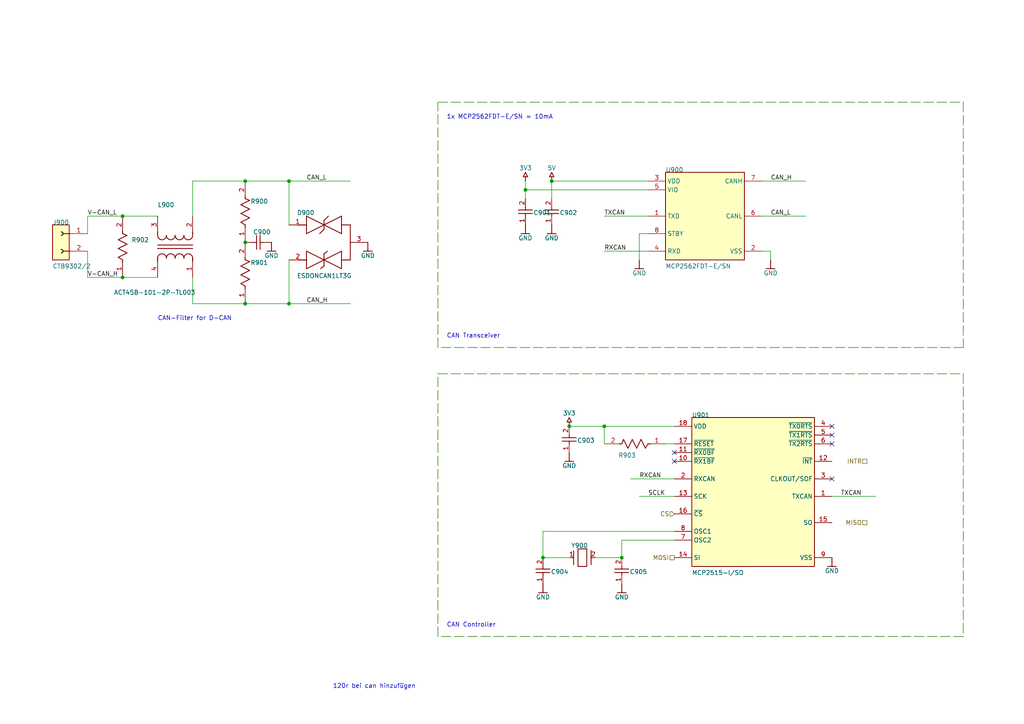
<source format=kicad_sch>
(kicad_sch (version 20231120) (generator "eeschema") (generator_version "8.0")
  (paper "A4")
  (lib_symbols
    (symbol "Lada_Speedometer-altium-import:3V3_ARROW" (power)
      (property "Reference" "#PWR" (at 0 0 0))
      (property "Value" "3V3" (at 0 3.81 0))
      (symbol "3V3_ARROW_0_0"
        (polyline (pts (xy 0 0) (xy 0 -1.27)) (stroke (width 0.254)))
        (polyline (pts (xy -0.635 -1.27) (xy 0.635 -1.27) (xy 0 -2.54) (xy -0.635 -1.27)) (stroke (width 0.254)))
        (pin power_in line (at 0 0 0) (length 0) hide (name "3V3") (number ""))
      )
    )
    (symbol "Lada_Speedometer-altium-import:5V_ARROW" (power)
      (property "Reference" "#PWR" (at 0 0 0))
      (property "Value" "5V" (at 0 3.81 0))
      (symbol "5V_ARROW_0_0"
        (polyline (pts (xy 0 0) (xy 0 -1.27)) (stroke (width 0.254)))
        (polyline (pts (xy -0.635 -1.27) (xy 0.635 -1.27) (xy 0 -2.54) (xy -0.635 -1.27)) (stroke (width 0.254)))
        (pin power_in line (at 0 0 0) (length 0) hide (name "5V") (number ""))
      )
    )
    (symbol "Lada_Speedometer-altium-import:Designator_0_1bf5749f910b55743977e6066da6fbb"
      (symbol "Designator_0_1bf5749f910b55743977e6066da6fbb_1_0"
        (polyline (pts (xy 2.54 0) (xy 5.08 0)) (stroke (width 0.254)))
        (polyline (pts (xy 5.08 -12.7) (xy 15.24 -7.62)) (stroke (width 0.254)))
        (polyline (pts (xy 5.08 -10.16) (xy 2.54 -10.16)) (stroke (width 0.254)))
        (polyline (pts (xy 5.08 -7.62) (xy 5.08 -12.7)) (stroke (width 0.254)))
        (polyline (pts (xy 5.08 -7.62) (xy 15.24 -12.7)) (stroke (width 0.254)))
        (polyline (pts (xy 5.08 -2.54) (xy 10.16 0)) (stroke (width 0.254)))
        (polyline (pts (xy 5.08 2.54) (xy 5.08 -2.54)) (stroke (width 0.254)))
        (polyline (pts (xy 5.08 2.54) (xy 10.16 0)) (stroke (width 0.254)))
        (polyline (pts (xy 10.16 -11.938) (xy 9.144 -12.7)) (stroke (width 0.254)))
        (polyline (pts (xy 10.16 -10.16) (xy 10.16 -8.382)) (stroke (width 0.254)))
        (polyline (pts (xy 10.16 -9.906) (xy 10.16 -11.938)) (stroke (width 0.254)))
        (polyline (pts (xy 10.16 -8.382) (xy 11.176 -7.62)) (stroke (width 0.254)))
        (polyline (pts (xy 10.16 -1.27) (xy 8.89 -2.54)) (stroke (width 0.254)))
        (polyline (pts (xy 10.16 0) (xy 15.24 2.54)) (stroke (width 0.254)))
        (polyline (pts (xy 10.16 1.27) (xy 10.16 -1.27)) (stroke (width 0.254)))
        (polyline (pts (xy 10.16 1.27) (xy 11.43 2.54)) (stroke (width 0.254)))
        (polyline (pts (xy 15.24 -12.7) (xy 15.24 -7.62)) (stroke (width 0.254)))
        (polyline (pts (xy 15.24 -10.16) (xy 17.78 -10.16)) (stroke (width 0.254)))
        (polyline (pts (xy 15.24 -2.54) (xy 10.16 0)) (stroke (width 0.254)))
        (polyline (pts (xy 15.24 2.54) (xy 15.24 -2.54)) (stroke (width 0.254)))
        (polyline (pts (xy 17.78 -10.16) (xy 17.78 0)) (stroke (width 0.254)))
        (polyline (pts (xy 17.78 0) (xy 15.24 0)) (stroke (width 0.254)))
        (pin passive line (at 0 0 0) (length 5.08) (name "1") (number "1"))
        (pin passive line (at 0 -10.16 0) (length 5.08) (name "2") (number "2"))
        (pin passive line (at 22.86 -5.08 180) (length 5.08) (name "3") (number "3"))
      )
    )
    (symbol "Lada_Speedometer-altium-import:Designator_0_1c78ea6ff576bac94664e2637e1b479"
      (symbol "Designator_0_1c78ea6ff576bac94664e2637e1b479_1_0"
        (rectangle (start 40.64 2.54) (end 5.08 -40.64) (stroke (width 0.254) (color 128 0 0 1)) (fill (type background)))
        (pin output line (at 45.72 -20.32 180) (length 5.08) (name "TXCAN") (number "1"))
        (pin input line (at 0 -10.16 0) (length 5.08) (name "~{RX1BF}") (number "10"))
        (pin input line (at 0 -7.62 0) (length 5.08) (name "~{RX0BF}") (number "11"))
        (pin output line (at 45.72 -10.16 180) (length 5.08) (name "~{INT}") (number "12"))
        (pin input line (at 0 -20.32 0) (length 5.08) (name "SCK") (number "13"))
        (pin input line (at 0 -38.1 0) (length 5.08) (name "SI") (number "14"))
        (pin output line (at 45.72 -27.94 180) (length 5.08) (name "SO") (number "15"))
        (pin input line (at 0 -25.4 0) (length 5.08) (name "~{CS}") (number "16"))
        (pin input line (at 0 -5.08 0) (length 5.08) (name "~{RESET}") (number "17"))
        (pin power_in line (at 0 0 0) (length 5.08) (name "VDD") (number "18"))
        (pin input line (at 0 -15.24 0) (length 5.08) (name "RXCAN") (number "2"))
        (pin output line (at 45.72 -15.24 180) (length 5.08) (name "CLKOUT/SOF") (number "3"))
        (pin output line (at 45.72 0 180) (length 5.08) (name "~{TX0RTS}") (number "4"))
        (pin output line (at 45.72 -2.54 180) (length 5.08) (name "~{TX1RTS}") (number "5"))
        (pin output line (at 45.72 -5.08 180) (length 5.08) (name "~{TX2RTS}") (number "6"))
        (pin input line (at 0 -33.02 0) (length 5.08) (name "OSC2") (number "7"))
        (pin input line (at 0 -30.48 0) (length 5.08) (name "OSC1") (number "8"))
        (pin power_in line (at 45.72 -38.1 180) (length 5.08) (name "VSS") (number "9"))
      )
    )
    (symbol "Lada_Speedometer-altium-import:Designator_0_CAP_0"
      (symbol "Designator_0_CAP_0_1_0"
        (polyline (pts (xy 0 -2.54) (xy 0.762 -2.54)) (stroke (width 0.254)))
        (polyline (pts (xy 0.762 -4.572) (xy 0.762 -0.508)) (stroke (width 0.254)))
        (polyline (pts (xy 1.778 -0.508) (xy 1.778 -4.572)) (stroke (width 0.254)))
        (polyline (pts (xy 2.54 -2.54) (xy 1.778 -2.54)) (stroke (width 0.254)))
        (pin passive line (at -2.54 -2.54 0) (length 2.54) (name "1") (number "1"))
        (pin passive line (at 5.08 -2.54 180) (length 2.54) (name "2") (number "2"))
      )
    )
    (symbol "Lada_Speedometer-altium-import:Designator_0_CTB9302-2"
      (symbol "Designator_0_CTB9302-2_1_0"
        (arc (start -7.62 -5.588) (mid -7.112 -5.08) (end -7.62 -4.572) (stroke (width 0.254) (color 0 0 0 1)))
        (arc (start -7.62 -0.508) (mid -7.112 0) (end -7.62 0.508) (stroke (width 0.254) (color 0 0 0 1)))
        (rectangle (start -5.334 2.54) (end -10.16 -7.62) (stroke (width 0.254) (color 152 0 0 1)) (fill (type background)))
        (polyline (pts (xy -7.112 -5.08) (xy -5.08 -5.08)) (stroke (width 0.254)))
        (polyline (pts (xy -7.112 0) (xy -5.08 0)) (stroke (width 0.254)))
        (pin power_in line (at 0 0 180) (length 5.08) (name "1") (number "1"))
        (pin power_in line (at 0 -5.08 180) (length 5.08) (name "2") (number "2"))
      )
    )
    (symbol "Lada_Speedometer-altium-import:Designator_0_c23a69dc6c9e2f18f2079038eb95dd1"
      (symbol "Designator_0_c23a69dc6c9e2f18f2079038eb95dd1_1_0"
        (polyline (pts (xy 1.27 0) (xy 0.762 0)) (stroke (width 0.254)))
        (polyline (pts (xy 1.27 2.032) (xy 1.27 -2.032)) (stroke (width 0.254)))
        (polyline (pts (xy 2.54 2.54) (xy 2.54 -2.54)) (stroke (width 0.254)))
        (polyline (pts (xy 2.54 2.54) (xy 5.08 2.54)) (stroke (width 0.254)))
        (polyline (pts (xy 5.08 -2.54) (xy 2.54 -2.54)) (stroke (width 0.254)))
        (polyline (pts (xy 5.08 2.54) (xy 5.08 -2.54)) (stroke (width 0.254)))
        (polyline (pts (xy 6.35 0) (xy 6.604 0)) (stroke (width 0.254)))
        (polyline (pts (xy 6.35 2.032) (xy 6.35 -2.032)) (stroke (width 0.254)))
        (pin passive line (at 0 0 0) (length 1.27) (name "1") (number "1"))
        (pin passive line (at 7.62 0 180) (length 1.27) (name "2") (number "2"))
      )
    )
    (symbol "Lada_Speedometer-altium-import:Designator_0_fcb6c66e4429206983adab9201371df"
      (symbol "Designator_0_fcb6c66e4429206983adab9201371df_1_0"
        (rectangle (start 27.94 2.54) (end 5.08 -22.86) (stroke (width 0.254) (color 128 0 0 1)) (fill (type background)))
        (pin input line (at 0 -10.16 0) (length 5.08) (name "TXD") (number "1"))
        (pin power_in line (at 33.02 -20.32 180) (length 5.08) (name "VSS") (number "2"))
        (pin power_in line (at 0 0 0) (length 5.08) (name "VDD") (number "3"))
        (pin output line (at 0 -20.32 0) (length 5.08) (name "RXD") (number "4"))
        (pin power_in line (at 0 -2.54 0) (length 5.08) (name "VIO") (number "5"))
        (pin bidirectional line (at 33.02 -10.16 180) (length 5.08) (name "CANL") (number "6"))
        (pin bidirectional line (at 33.02 0 180) (length 5.08) (name "CANH") (number "7"))
        (pin input line (at 0 -15.24 0) (length 5.08) (name "STBY") (number "8"))
      )
    )
    (symbol "Lada_Speedometer-altium-import:Designator_1_1029c3af85768c4190bb7ad29bc67b5"
      (symbol "Designator_1_1029c3af85768c4190bb7ad29bc67b5_1_0"
        (polyline (pts (xy -1.27 5.842) (xy 1.27 7.112)) (stroke (width 0.254)))
        (polyline (pts (xy -1.27 8.382) (xy 1.27 9.652)) (stroke (width 0.254)))
        (polyline (pts (xy -1.27 10.922) (xy 1.27 12.192)) (stroke (width 0.254)))
        (polyline (pts (xy 0 5.08) (xy -1.27 5.842)) (stroke (width 0.254)))
        (polyline (pts (xy 0 5.08) (xy 0 4.318)) (stroke (width 0.254)))
        (polyline (pts (xy 0 12.7) (xy 0 13.462)) (stroke (width 0.254)))
        (polyline (pts (xy 1.27 7.112) (xy -1.27 8.382)) (stroke (width 0.254)))
        (polyline (pts (xy 1.27 9.652) (xy -1.27 10.922)) (stroke (width 0.254)))
        (polyline (pts (xy 1.27 12.192) (xy 0 12.7)) (stroke (width 0.254)))
        (pin passive line (at 0 0 90) (length 5.08) (name "1") (number "1"))
        (pin passive line (at 0 17.78 270) (length 5.08) (name "2") (number "2"))
      )
    )
    (symbol "Lada_Speedometer-altium-import:Designator_1_7eaeb7798601bc1e7f00a291f87c402"
      (symbol "Designator_1_7eaeb7798601bc1e7f00a291f87c402_1_0"
        (polyline (pts (xy 0 5.588) (xy 0 4.572)) (stroke (width 0.254)))
        (polyline (pts (xy 0 5.588) (xy 0 5.08)) (stroke (width 0.254)))
        (polyline (pts (xy 0 8.382) (xy 10.16 8.382)) (stroke (width 0.254)))
        (polyline (pts (xy 0 9.398) (xy 10.16 9.398)) (stroke (width 0.254)))
        (polyline (pts (xy 0 12.446) (xy 0 12.7)) (stroke (width 0.254)))
        (polyline (pts (xy 0 12.446) (xy 0 13.208)) (stroke (width 0.254)))
        (polyline (pts (xy 10.16 5.588) (xy 10.16 4.572)) (stroke (width 0.254)))
        (polyline (pts (xy 10.16 5.588) (xy 10.16 5.08)) (stroke (width 0.254)))
        (polyline (pts (xy 10.16 12.446) (xy 10.16 12.7)) (stroke (width 0.254)))
        (polyline (pts (xy 10.16 12.446) (xy 10.16 13.208)) (stroke (width 0.254)))
        (arc (start 0 12.192) (mid 1.27 10.922) (end 2.54 12.192) (stroke (width 0.254)))
        (arc (start 2.54 5.588) (mid 1.27 6.858) (end 0 5.588) (stroke (width 0.254)))
        (arc (start 2.54 12.192) (mid 3.81 10.922) (end 5.08 12.192) (stroke (width 0.254)))
        (arc (start 5.08 5.588) (mid 3.81 6.858) (end 2.54 5.588) (stroke (width 0.254)))
        (arc (start 5.08 12.192) (mid 6.35 10.922) (end 7.62 12.192) (stroke (width 0.254)))
        (arc (start 7.62 5.588) (mid 6.35 6.858) (end 5.08 5.588) (stroke (width 0.254)))
        (arc (start 7.62 12.192) (mid 8.89 10.922) (end 10.16 12.192) (stroke (width 0.254)))
        (arc (start 10.16 5.588) (mid 8.89 6.858) (end 7.62 5.588) (stroke (width 0.254)))
        (pin passive line (at 10.16 0 90) (length 5.08) (name "1") (number "1"))
        (pin passive line (at 10.16 17.78 270) (length 5.08) (name "2") (number "2"))
        (pin passive line (at 0 17.78 270) (length 5.08) (name "3") (number "3"))
        (pin passive line (at 0 0 90) (length 5.08) (name "4") (number "4"))
      )
    )
    (symbol "Lada_Speedometer-altium-import:Designator_1_CAP-NP-2"
      (symbol "Designator_1_CAP-NP-2_1_0"
        (polyline (pts (xy -2.032 4.318) (xy 2.032 4.318)) (stroke (width 0.254)))
        (polyline (pts (xy 0 2.54) (xy 0 3.302)) (stroke (width 0.254)))
        (polyline (pts (xy 0 5.08) (xy 0 4.318)) (stroke (width 0.254)))
        (polyline (pts (xy 2.032 3.302) (xy -2.032 3.302)) (stroke (width 0.254)))
        (pin passive line (at 0 0 90) (length 2.54) (name "1") (number "1"))
        (pin passive line (at 0 7.62 270) (length 2.54) (name "2") (number "2"))
      )
    )
    (symbol "Lada_Speedometer-altium-import:Designator_2_1029c3af85768c4190bb7ad29bc67b5"
      (symbol "Designator_2_1029c3af85768c4190bb7ad29bc67b5_1_0"
        (polyline (pts (xy -12.7 0) (xy -13.462 0)) (stroke (width 0.254)))
        (polyline (pts (xy -12.192 1.27) (xy -12.7 0)) (stroke (width 0.254)))
        (polyline (pts (xy -10.922 -1.27) (xy -12.192 1.27)) (stroke (width 0.254)))
        (polyline (pts (xy -9.652 1.27) (xy -10.922 -1.27)) (stroke (width 0.254)))
        (polyline (pts (xy -8.382 -1.27) (xy -9.652 1.27)) (stroke (width 0.254)))
        (polyline (pts (xy -7.112 1.27) (xy -8.382 -1.27)) (stroke (width 0.254)))
        (polyline (pts (xy -5.842 -1.27) (xy -7.112 1.27)) (stroke (width 0.254)))
        (polyline (pts (xy -5.08 0) (xy -5.842 -1.27)) (stroke (width 0.254)))
        (polyline (pts (xy -5.08 0) (xy -4.318 0)) (stroke (width 0.254)))
        (pin passive line (at 0 0 180) (length 5.08) (name "1") (number "1"))
        (pin passive line (at -17.78 0 0) (length 5.08) (name "2") (number "2"))
      )
    )
    (symbol "Lada_Speedometer-altium-import:GND_BAR" (power)
      (property "Reference" "#PWR" (at 0 0 0))
      (property "Value" "GND" (at 0 3.81 0))
      (symbol "GND_BAR_0_0"
        (polyline (pts (xy -1.27 -2.54) (xy 1.27 -2.54)) (stroke (width 0.254)))
        (polyline (pts (xy 0 0) (xy 0 -2.54)) (stroke (width 0.254)))
        (pin power_in line (at 0 0 0) (length 0) hide (name "GND") (number ""))
      )
    )
  )
  (junction (at 83.82 88.0872))
  (junction (at 180.34 161.7472))
  (junction (at 71.12 70.3072))
  (junction (at 175.26 123.6472))
  (junction (at 152.4 55.0672))
  (junction (at 35.56 80.4672))
  (junction (at 71.12 52.5272))
  (junction (at 83.82 52.5272))
  (junction (at 157.48 161.7472))
  (junction (at 71.12 88.0872))
  (junction (at 35.56 62.6872))
  (junction (at 165.1 123.6472))
  (junction (at 160.02 52.5272))
  (no_connect (at 195.58 133.8072))
  (no_connect (at 241.3 128.7272))
  (no_connect (at 241.3 138.8872))
  (no_connect (at 241.3 123.6472))
  (no_connect (at 241.3 126.1872))
  (no_connect (at 195.58 131.2672))
  (wire (pts (xy 185.42 67.7672) (xy 187.96 67.7672)))
  (wire (pts (xy 175.26 128.7272) (xy 175.26 123.6472)))
  (wire (pts (xy 25.4 80.4672) (xy 35.56 80.4672)))
  (wire (pts (xy 83.82 88.0872) (xy 101.6 88.0872)))
  (wire (pts (xy 165.1 161.7472) (xy 157.48 161.7472)))
  (wire (pts (xy 83.82 52.5272) (xy 101.6 52.5272)))
  (wire (pts (xy 55.88 88.0872) (xy 71.12 88.0872)))
  (wire (pts (xy 157.48 154.1272) (xy 195.58 154.1272)))
  (polyline (pts (xy 279.4 29.6672) (xy 279.4 100.7872)) (stroke (width 0.254) (type dash) (color 106 168 79 1)))
  (wire (pts (xy 185.42 143.9672) (xy 195.58 143.9672)))
  (wire (pts (xy 83.82 65.2272) (xy 83.82 52.5272)))
  (polyline (pts (xy 279.4 100.7872) (xy 127 100.7872)) (stroke (width 0.254) (type dash) (color 106 168 79 1)))
  (wire (pts (xy 83.82 52.5272) (xy 71.12 52.5272)))
  (wire (pts (xy 172.72 161.7472) (xy 180.34 161.7472)))
  (wire (pts (xy 35.56 62.6872) (xy 45.72 62.6872)))
  (wire (pts (xy 165.1 123.6472) (xy 175.26 123.6472)))
  (wire (pts (xy 152.4 55.0672) (xy 152.4 57.6072)))
  (wire (pts (xy 187.96 55.0672) (xy 152.4 55.0672)))
  (wire (pts (xy 187.96 62.6872) (xy 175.26 62.6872)))
  (polyline (pts (xy 127 108.4072) (xy 279.4 108.4072)) (stroke (width 0.254) (type dash) (color 106 168 79 1)))
  (polyline (pts (xy 279.4 108.4072) (xy 279.4 184.6072)) (stroke (width 0.254) (type dash) (color 106 168 79 1)))
  (wire (pts (xy 55.88 62.6872) (xy 55.88 52.5272)))
  (wire (pts (xy 25.4 72.8472) (xy 25.4 80.4672)))
  (wire (pts (xy 180.34 161.7472) (xy 180.34 156.6672)))
  (wire (pts (xy 233.68 52.5272) (xy 220.98 52.5272)))
  (wire (pts (xy 254 143.9672) (xy 241.3 143.9672)))
  (wire (pts (xy 55.88 52.5272) (xy 71.12 52.5272)))
  (wire (pts (xy 223.52 72.8472) (xy 220.98 72.8472)))
  (wire (pts (xy 83.82 88.0872) (xy 71.12 88.0872)))
  (wire (pts (xy 175.26 72.8472) (xy 187.96 72.8472)))
  (wire (pts (xy 160.02 52.5272) (xy 160.02 57.6072)))
  (wire (pts (xy 55.88 80.4672) (xy 55.88 88.0872)))
  (wire (pts (xy 187.96 52.5272) (xy 160.02 52.5272)))
  (wire (pts (xy 152.4 55.0672) (xy 152.4 52.5272)))
  (wire (pts (xy 193.04 128.7272) (xy 195.58 128.7272)))
  (wire (pts (xy 185.42 75.3872) (xy 185.42 67.7672)))
  (wire (pts (xy 25.4 67.7672) (xy 25.4 62.6872)))
  (wire (pts (xy 35.56 80.4672) (xy 45.72 80.4672)))
  (wire (pts (xy 157.48 161.7472) (xy 157.48 154.1272)))
  (polyline (pts (xy 279.4 184.6072) (xy 127 184.6072)) (stroke (width 0.254) (type dash) (color 106 168 79 1)))
  (wire (pts (xy 175.26 123.6472) (xy 195.58 123.6472)))
  (wire (pts (xy 25.4 62.6872) (xy 35.56 62.6872)))
  (polyline (pts (xy 127 29.6672) (xy 279.4 29.6672)) (stroke (width 0.254) (type dash) (color 106 168 79 1)))
  (wire (pts (xy 223.52 75.3872) (xy 223.52 72.8472)))
  (wire (pts (xy 182.88 138.8872) (xy 195.58 138.8872)))
  (polyline (pts (xy 127 100.7872) (xy 127 29.6672)) (stroke (width 0.254) (type dash) (color 106 168 79 1)))
  (wire (pts (xy 83.82 75.3872) (xy 83.82 88.0872)))
  (wire (pts (xy 180.34 156.6672) (xy 195.58 156.6672)))
  (polyline (pts (xy 127 184.6072) (xy 127 108.4072)) (stroke (width 0.254) (type dash) (color 106 168 79 1)))
  (wire (pts (xy 233.68 62.6872) (xy 220.98 62.6872)))
  (text "1x MCP2562FDT-E/SN = 10mA" (at 129.54 34.7472 0) (effects (font (size 1.27 1.27)) (justify left bottom)))
  (text "CAN Transceiver" (at 129.54 98.2472 0) (effects (font (size 1.27 1.27)) (justify left bottom)))
  (text "CAN-Filter for D-CAN" (at 45.72 93.1672 0) (effects (font (size 1.27 1.27)) (justify left bottom)))
  (text "120r bei can hinzufügen" (at 96.52 199.8472 0) (effects (font (size 1.27 1.27)) (justify left bottom)))
  (text "CAN Controller" (at 129.54 182.0672 0) (effects (font (size 1.27 1.27)) (justify left bottom)))
  (label "TXCAN" (at 243.84 143.9672 0))
  (label "CAN_L" (at 223.52 62.6872 0))
  (label "CAN_H" (at 88.9 88.0872 0))
  (label "V-CAN_L" (at 25.4 62.6872 0))
  (label "RXCAN" (at 175.26 72.8472 0))
  (label "SCLK" (at 187.96 143.9672 0))
  (label "V-CAN_H" (at 25.4 80.4672 0))
  (label "CAN_H" (at 223.52 52.5272 0))
  (label "TXCAN" (at 175.26 62.6872 0))
  (label "RXCAN" (at 185.42 138.8872 0))
  (label "CAN_L" (at 88.9 52.5272 0))
  (hierarchical_label "INTR" (shape passive) (at 251.46 133.8072 180))
  (hierarchical_label "MOSI" (shape passive) (at 195.58 161.7472 180))
  (hierarchical_label "CS" (shape input) (at 195.58 149.0472 180))
  (hierarchical_label "MISO" (shape passive) (at 251.46 151.5872 180))
  (symbol (lib_id "Lada_Speedometer-altium-import:Designator_0_c23a69dc6c9e2f18f2079038eb95dd1") (at 165.1 161.7472 0) (unit 1)
    (property "Reference" "Y900" (at 165.608 158.9532 0) (effects (justify left bottom)))
    (property "Value" "ABLS-16.000MHZ-K4T" (effects (hide yes)))
    (property "Footprint" "FP-ABLS-MFG" (effects (hide yes)))
    (property "Description" "CRYSTAL 16.0000MHZ 18PF SMD" (effects (hide yes)))
    (property "COMPONENTLINK2URL" "https://abracon.com/Resonators/abls.pdf" (effects (hide yes)))
    (property "FREQUENCY" "16MHz" (effects (hide yes)))
    (property "TEMPERATURE RANGE HIGH" "+125°C" (effects (hide yes)))
    (property "PACKAGE" "ABLS" (effects (hide yes)))
    (property "DEVICE CLASS L3" "Crystals" (effects (hide yes)))
    (property "TEMPERATURE" "-40°C to +125°C" (effects (hide yes)))
    (property "LOAD CAPACITANCE" "18pF" (effects (hide yes)))
    (property "DEVICE CLASS L2" "Crystals / Oscillators" (effects (hide yes)))
    (property "MOUSER DESCRIPTION" "Crystal 16MHz ±30ppm (Tol) ±50ppm (Stability) 18pF FUND 40Ohm 2-Pin HC-49/US SMD T/R" (effects (hide yes)))
    (property "STABILITY" "50ppm" (effects (hide yes)))
    (property "TOLERANCE" "30ppm" (effects (hide yes)))
    (property "STANDOFF HEIGHT" "0mm" (effects (hide yes)))
    (property "CATEGORY" "Crys" (effects (hide yes)))
    (property "COMPONENTLINK2DESCRIPTION" "Datasheet" (effects (hide yes)))
    (property "MANUFACTURER PART NUMBER" "ABLS-16.000MHZ-K4T" (effects (hide yes)))
    (property "SERIES" "ABLS" (effects (hide yes)))
    (property "AUTOMOTIVE" "No" (effects (hide yes)))
    (property "OCTOPART" "https://octopart.com/abls-16.000mhz-k4t-abracon-18618626" (effects (hide yes)))
    (property "ROHS" "TRUE" (effects (hide yes)))
    (property "DIGIKEY DESCRIPTION" "CRYSTAL 16.0000MHZ 18PF SMD" (effects (hide yes)))
    (property "MANUFACTURER" "Abracon" (effects (hide yes)))
    (property "TEMPERATURE RANGE LOW" "-40°C" (effects (hide yes)))
    (property "LEAD FREE" "Yes" (effects (hide yes)))
    (property "HEIGHT" "4.3mm" (effects (hide yes)))
    (property "ESR" "40Ω" (effects (hide yes)))
    (property "DEVICE CLASS L1" "Passive Components" (effects (hide yes)))
  )
  (symbol (lib_id "Lada_Speedometer-altium-import:GND_BAR") (at 165.1 131.2672 0) (unit 1)
    (property "Reference" "#PWR?" (effects (hide yes)))
    (property "Value" "GND" (at 165.1 135.0772 0))
  )
  (symbol (lib_id "Lada_Speedometer-altium-import:GND_BAR") (at 152.4 65.2272 0) (unit 1)
    (property "Reference" "#PWR?" (effects (hide yes)))
    (property "Value" "GND" (at 152.4 69.0372 0))
  )
  (symbol (lib_id "Lada_Speedometer-altium-import:GND_BAR") (at 223.52 75.3872 0) (unit 1)
    (property "Reference" "#PWR?" (effects (hide yes)))
    (property "Value" "GND" (at 223.52 79.1972 0))
  )
  (symbol (lib_id "Lada_Speedometer-altium-import:GND_BAR") (at 241.3 161.7472 0) (unit 1)
    (property "Reference" "#PWR?" (effects (hide yes)))
    (property "Value" "GND" (at 241.3 165.5572 0))
  )
  (symbol (lib_id "Lada_Speedometer-altium-import:Designator_1_1029c3af85768c4190bb7ad29bc67b5") (at 71.12 70.3072 0) (unit 1)
    (property "Reference" "R900" (at 72.644 59.1312 0) (effects (justify left bottom)))
    (property "Value" "CRCW06034K70FKEA" (effects (hide yes)))
    (property "Footprint" "FP-CRCW0603-e3-IPC_A" (effects (hide yes)))
    (property "Description" "RES Thick Film, 4.7kΩ, 1%, 0.1W, 100ppm/°C, 0603" (effects (hide yes)))
    (property "CASE CODE (METRIC)" "1608" (effects (hide yes)))
    (property "MILITARY STANDARD" "Not" (effects (hide yes)))
    (property "PACKAGING" "Tape and Reel" (effects (hide yes)))
    (property "TERMINATION" "SMD/SMT" (effects (hide yes)))
    (property "RESISTANCE" "4.7kR" (effects (hide yes)))
    (property "TEMPERATURE COEFFICIENT" "100ppm/°C" (effects (hide yes)))
    (property "LEAD FREE" "Lead Free" (effects (hide yes)))
    (property "LENGTH" "1.55mm" (effects (hide yes)))
    (property "WIDTH" "0.85mm" (effects (hide yes)))
    (property "HEIGHT" "0.45mm" (effects (hide yes)))
    (property "DEPTH" "0.85mm" (effects (hide yes)))
    (property "VOLTAGE RATING" "75V" (effects (hide yes)))
    (property "WEIGHT" "7.1E-05oz" (effects (hide yes)))
    (property "CASE CODE (IMPERIAL)" "0603" (effects (hide yes)))
    (property "CONTACT PLATING" "Tin" (effects (hide yes)))
    (property "POWER RATING" "100mW" (effects (hide yes)))
    (property "CASE/PACKAGE" "0603" (effects (hide yes)))
    (property "MAX OPERATING TEMPERATURE" "155°C" (effects (hide yes)))
    (property "MOUNT" "Surface Mount" (effects (hide yes)))
    (property "TOLERANCE" "1%" (effects (hide yes)))
    (property "MIN OPERATING TEMPERATURE" "-55°C" (effects (hide yes)))
    (property "PACKAGE QUANTITY" "5000" (effects (hide yes)))
    (property "VOLTAGE RATING (DC)" "75V" (effects (hide yes)))
    (property "COMPOSITION" "Thick Film" (effects (hide yes)))
  )
  (symbol (lib_id "Lada_Speedometer-altium-import:Designator_1_CAP-NP-2") (at 160.02 65.2272 0) (unit 1)
    (property "Reference" "C902" (at 162.306 62.4332 0) (effects (justify left bottom)))
    (property "Value" "GRM188R71H104KA93D" (effects (hide yes)))
    (property "Footprint" "CAPC1608X90X35ML10T15" (effects (hide yes)))
    (property "Description" "Chip Capacitor, 0.1 uF, +/- 10%, 50 V, -55 to 125 degC, 0603 (1608 Metric), RoHS, Tape and Reel" (effects (hide yes)))
    (property "CASE CODE (METRIC)" "1608" (effects (hide yes)))
    (property "LEAD FREE" "LeadFree" (effects (hide yes)))
    (property "DEPTH" "0.8mm" (effects (hide yes)))
    (property "NUMBER OF PINS" "2" (effects (hide yes)))
    (property "RADIATION HARDENING" "No" (effects (hide yes)))
    (property "DIELECTRIC MATERIAL" "Ceramic" (effects (hide yes)))
    (property "CASE/PACKAGE" "0603" (effects (hide yes)))
    (property "MANUFACTURER URL" "http://www.murata.com/" (effects (hide yes)))
    (property "PACKAGING" "TapeandReel" (effects (hide yes)))
    (property "LENGTH" "1.6mm" (effects (hide yes)))
    (property "CONTACT PLATING" "Tin" (effects (hide yes)))
    (property "DATASHEET URL" "http://psearch.en.murata.com/capacitor/product/GRM188R71H104KA93%23.pdf" (effects (hide yes)))
    (property "TOLERANCE" "10%" (effects (hide yes)))
    (property "CASE CODE (IMPERIAL)" "0603" (effects (hide yes)))
    (property "MIN OPERATING TEMPERATURE" "-55degC" (effects (hide yes)))
    (property "VOLTAGE RATING" "50V" (effects (hide yes)))
    (property "ROHSCOMPLIANT" "true" (effects (hide yes)))
    (property "CAPACITANCE" "100nF" (effects (hide yes)))
    (property "VOLTAGE" "50V" (effects (hide yes)))
    (property "TERMINATION" "SMD/SMT" (effects (hide yes)))
    (property "MOUNT" "SurfaceMount" (effects (hide yes)))
    (property "MATERIAL" "Ceramic" (effects (hide yes)))
    (property "PACKAGE QUANTITY" "1" (effects (hide yes)))
    (property "DIELECTRIC" "X7R" (effects (hide yes)))
    (property "HEIGHT" "0.8mm" (effects (hide yes)))
    (property "THICKNESS" "0.035inch" (effects (hide yes)))
    (property "INSULATION RESISTANCE" "10GR" (effects (hide yes)))
    (property "REACH SVHC" "NoSVHC" (effects (hide yes)))
    (property "MANUFACTURER" "Murata" (effects (hide yes)))
    (property "MAX OPERATING TEMPERATURE" "125degC" (effects (hide yes)))
    (property "WIDTH" "0.8mm" (effects (hide yes)))
    (property "PACKAGE REFERENCE" "0603" (effects (hide yes)))
    (property "VOLTAGE RATING (DC)" "50V" (effects (hide yes)))
    (property "DATASHEET VERSION" "42675.0" (effects (hide yes)))
    (property "PACKAGE DESCRIPTION" "2-Pin Surface Mount Device, Body 1.6 x 0.8 mm" (effects (hide yes)))
  )
  (symbol (lib_id "Lada_Speedometer-altium-import:Designator_1_CAP-NP-2") (at 180.34 169.3672 0) (unit 1)
    (property "Reference" "C905" (at 182.626 166.5732 0) (effects (justify left bottom)))
    (property "Value" "GRM1885C1H220JA01D" (effects (hide yes)))
    (property "Footprint" "CAPC1608X90X35ML10T15" (effects (hide yes)))
    (property "Description" "Chip Capacitor, 22 pF, +/- 5%, 50 V, -55 to 125 degC, 0603 (1608 Metric), RoHS, Tape and Reel" (effects (hide yes)))
    (property "CAPACITANCE" "22pF" (effects (hide yes)))
    (property "MANUFACTURER URL" "http://www.murata.com/" (effects (hide yes)))
    (property "DATASHEET VERSION" "Jul-06" (effects (hide yes)))
    (property "PACKAGE REFERENCE" "603" (effects (hide yes)))
    (property "TOLERANCE (%)" "±5%" (effects (hide yes)))
    (property "MANUFACTURER" "Murata" (effects (hide yes)))
    (property "CASE SIZE/DIMENSION" "0603" (effects (hide yes)))
    (property "RATED VOLTAGE" "50V" (effects (hide yes)))
    (property "PACKAGE DESCRIPTION" "2-Pin Surface Mount Device, Body 1.6 x 0.8 mm" (effects (hide yes)))
    (property "DIELECTRIC" "C0G" (effects (hide yes)))
    (property "DATASHEET URL" "https://datasheet.ciiva.com/11786/0900766b807a1cab-11786398.pdf" (effects (hide yes)))
  )
  (symbol (lib_id "Lada_Speedometer-altium-import:GND_BAR") (at 185.42 75.3872 0) (unit 1)
    (property "Reference" "#PWR?" (effects (hide yes)))
    (property "Value" "GND" (at 185.42 79.1972 0))
  )
  (symbol (lib_id "Lada_Speedometer-altium-import:Designator_0_fcb6c66e4429206983adab9201371df") (at 187.96 52.5272 0) (unit 1)
    (property "Reference" "U900" (at 193.04 49.9872 0) (effects (justify left bottom)))
    (property "Value" "MCP2562FDT-E/SN" (at 193.04 77.9272 0) (effects (justify left bottom)))
    (property "Footprint" "FP-C04-057-SN-MFG" (effects (hide yes)))
    (property "Description" "IC TRANSCEIVER 1/1 8SOIC" (effects (hide yes)))
    (property "WEIGHT" "0.019048oz" (effects (hide yes)))
    (property "PACKAGE QUANTITY" "3300" (effects (hide yes)))
    (property "CASE/PACKAGE" "SOIC" (effects (hide yes)))
    (property "OPERATING SUPPLY CURRENT" "70mA" (effects (hide yes)))
    (property "MOUNT" "Surface Mount" (effects (hide yes)))
    (property "DATA RATE" "8Mbps" (effects (hide yes)))
    (property "NUMBER OF TRANSCEIVERS" "1" (effects (hide yes)))
    (property "MAX OPERATING TEMPERATURE" "125°C" (effects (hide yes)))
    (property "MIN OPERATING TEMPERATURE" "-40°C" (effects (hide yes)))
    (property "RECEIVER HYSTERESIS" "200mV" (effects (hide yes)))
    (property "PACKAGING" "Tape and Reel" (effects (hide yes)))
    (property "MAX SUPPLY VOLTAGE" "5.5V" (effects (hide yes)))
    (property "NUMBER OF PINS" "8" (effects (hide yes)))
    (property "MIN SUPPLY VOLTAGE" "4.5V" (effects (hide yes)))
  )
  (symbol (lib_id "Lada_Speedometer-altium-import:3V3_ARROW") (at 165.1 123.6472 180) (unit 1)
    (property "Reference" "#PWR?" (effects (hide yes)))
    (property "Value" "3V3" (at 165.1 119.8372 0))
  )
  (symbol (lib_id "Lada_Speedometer-altium-import:Designator_0_CTB9302-2") (at 25.4 67.7672 0) (unit 1)
    (property "Reference" "J900" (at 15.24 65.2272 0) (effects (justify left bottom)))
    (property "Value" "CTB9302/2" (at 15.24 77.9272 0) (effects (justify left bottom)))
    (property "Footprint" "CTB9302-2" (effects (hide yes)))
    (property "Description" "CTB9302/2 - Stiftleiste - 2-pol, RM 5 mm, 0°" (effects (hide yes)))
  )
  (symbol (lib_id "Lada_Speedometer-altium-import:GND_BAR") (at 78.74 70.3072 0) (unit 1)
    (property "Reference" "#PWR?" (effects (hide yes)))
    (property "Value" "GND" (at 78.74 74.1172 0))
  )
  (symbol (lib_id "Lada_Speedometer-altium-import:Designator_1_7eaeb7798601bc1e7f00a291f87c402") (at 45.72 80.4672 0) (unit 1)
    (property "Reference" "L900" (at 45.72 60.1472 0) (effects (justify left bottom)))
    (property "Value" "ACT45B-101-2P-TL003" (at 33.02 85.5472 0) (effects (justify left bottom)))
    (property "Footprint" "FP-ACT45B-MFG" (effects (hide yes)))
    (property "Description" "CMC 100UH 150MA 2LN SMD AEC-Q200" (effects (hide yes)))
    (property "TOLERANCE" "+50/-30%" (effects (hide yes)))
    (property "COMPONENTLINK2URL" "https://product.tdk.com/info/en/catalog/datasheets/cmf_automotive_signal_act45b_en.pdf" (effects (hide yes)))
    (property "OCTOPART" "https://octopart.com/act45b-101-2p-tl003-tdk-11353565" (effects (hide yes)))
    (property "RMS CURRENT" "0.15A" (effects (hide yes)))
    (property "LEAD FREE" "Yes" (effects (hide yes)))
    (property "MANUFACTURER PART NUMBER" "ACT45B-101-2P-TL003" (effects (hide yes)))
    (property "MOUSER DESCRIPTION" "Common Mode Chokes / Filters 5000ohms 100uH 150mA CAN-BUS AEC-Q200" (effects (hide yes)))
    (property "AUTOMOTIVE GRADE" "Grade 0" (effects (hide yes)))
    (property "DEVICE CLASS L1" "Passive Components" (effects (hide yes)))
    (property "AUTOMOTIVE" "Yes" (effects (hide yes)))
    (property "TEMPERATURE RANGE HIGH" "+150°C" (effects (hide yes)))
    (property "SERIES RESISTANCE" "2Ω" (effects (hide yes)))
    (property "DEVICE CLASS L2" "EMI / RFI Components" (effects (hide yes)))
    (property "COMPONENTLINK2DESCRIPTION" "Datasheet" (effects (hide yes)))
    (property "PACKAGE" "ACT45B" (effects (hide yes)))
    (property "TEST FREQUENCY" "100kHz" (effects (hide yes)))
    (property "CATEGORY" "Ind" (effects (hide yes)))
    (property "ALTIUM_VALUE" "100uH" (effects (hide yes)))
    (property "ROHS" "TRUE" (effects (hide yes)))
    (property "IMPEDANCE AT FREQUENCY" "5800Ω @ 10MHz" (effects (hide yes)))
    (property "TEMPERATURE" "-40°C to +150°C" (effects (hide yes)))
    (property "HEIGHT" "3mm" (effects (hide yes)))
    (property "MANUFACTURER" "TDK" (effects (hide yes)))
    (property "INDUCTANCE" "100uH" (effects (hide yes)))
    (property "DIGIKEY DESCRIPTION" "CMC 100UH 150MA 2LN SMD AEC-Q200" (effects (hide yes)))
    (property "COMPOSITION" "Wirewound" (effects (hide yes)))
    (property "DEVICE CLASS L3" "Common Mode Chokes" (effects (hide yes)))
    (property "TEMPERATURE RANGE LOW" "-40°C" (effects (hide yes)))
  )
  (symbol (lib_id "Lada_Speedometer-altium-import:GND_BAR") (at 160.02 65.2272 0) (unit 1)
    (property "Reference" "#PWR?" (effects (hide yes)))
    (property "Value" "GND" (at 160.02 69.0372 0))
  )
  (symbol (lib_id "Lada_Speedometer-altium-import:Designator_1_CAP-NP-2") (at 152.4 65.2272 0) (unit 1)
    (property "Reference" "C901" (at 154.686 62.4332 0) (effects (justify left bottom)))
    (property "Value" "GRM188R71H104KA93D" (effects (hide yes)))
    (property "Footprint" "CAPC1608X90X35ML10T15" (effects (hide yes)))
    (property "Description" "Chip Capacitor, 0.1 uF, +/- 10%, 50 V, -55 to 125 degC, 0603 (1608 Metric), RoHS, Tape and Reel" (effects (hide yes)))
    (property "CASE CODE (METRIC)" "1608" (effects (hide yes)))
    (property "LEAD FREE" "LeadFree" (effects (hide yes)))
    (property "DEPTH" "0.8mm" (effects (hide yes)))
    (property "NUMBER OF PINS" "2" (effects (hide yes)))
    (property "RADIATION HARDENING" "No" (effects (hide yes)))
    (property "DIELECTRIC MATERIAL" "Ceramic" (effects (hide yes)))
    (property "CASE/PACKAGE" "0603" (effects (hide yes)))
    (property "MANUFACTURER URL" "http://www.murata.com/" (effects (hide yes)))
    (property "PACKAGING" "TapeandReel" (effects (hide yes)))
    (property "LENGTH" "1.6mm" (effects (hide yes)))
    (property "CONTACT PLATING" "Tin" (effects (hide yes)))
    (property "DATASHEET URL" "http://psearch.en.murata.com/capacitor/product/GRM188R71H104KA93%23.pdf" (effects (hide yes)))
    (property "TOLERANCE" "10%" (effects (hide yes)))
    (property "CASE CODE (IMPERIAL)" "0603" (effects (hide yes)))
    (property "MIN OPERATING TEMPERATURE" "-55degC" (effects (hide yes)))
    (property "VOLTAGE RATING" "50V" (effects (hide yes)))
    (property "ROHSCOMPLIANT" "true" (effects (hide yes)))
    (property "CAPACITANCE" "100nF" (effects (hide yes)))
    (property "VOLTAGE" "50V" (effects (hide yes)))
    (property "TERMINATION" "SMD/SMT" (effects (hide yes)))
    (property "MOUNT" "SurfaceMount" (effects (hide yes)))
    (property "MATERIAL" "Ceramic" (effects (hide yes)))
    (property "PACKAGE QUANTITY" "1" (effects (hide yes)))
    (property "DIELECTRIC" "X7R" (effects (hide yes)))
    (property "HEIGHT" "0.8mm" (effects (hide yes)))
    (property "THICKNESS" "0.035inch" (effects (hide yes)))
    (property "INSULATION RESISTANCE" "10GR" (effects (hide yes)))
    (property "REACH SVHC" "NoSVHC" (effects (hide yes)))
    (property "MANUFACTURER" "Murata" (effects (hide yes)))
    (property "MAX OPERATING TEMPERATURE" "125degC" (effects (hide yes)))
    (property "WIDTH" "0.8mm" (effects (hide yes)))
    (property "PACKAGE REFERENCE" "0603" (effects (hide yes)))
    (property "VOLTAGE RATING (DC)" "50V" (effects (hide yes)))
    (property "DATASHEET VERSION" "42675.0" (effects (hide yes)))
    (property "PACKAGE DESCRIPTION" "2-Pin Surface Mount Device, Body 1.6 x 0.8 mm" (effects (hide yes)))
  )
  (symbol (lib_id "Lada_Speedometer-altium-import:Designator_1_CAP-NP-2") (at 157.48 169.3672 0) (unit 1)
    (property "Reference" "C904" (at 159.766 166.5732 0) (effects (justify left bottom)))
    (property "Value" "GRM1885C1H220JA01D" (effects (hide yes)))
    (property "Footprint" "CAPC1608X90X35ML10T15" (effects (hide yes)))
    (property "Description" "Chip Capacitor, 22 pF, +/- 5%, 50 V, -55 to 125 degC, 0603 (1608 Metric), RoHS, Tape and Reel" (effects (hide yes)))
    (property "CAPACITANCE" "22pF" (effects (hide yes)))
    (property "MANUFACTURER URL" "http://www.murata.com/" (effects (hide yes)))
    (property "DATASHEET VERSION" "Jul-06" (effects (hide yes)))
    (property "PACKAGE REFERENCE" "603" (effects (hide yes)))
    (property "TOLERANCE (%)" "±5%" (effects (hide yes)))
    (property "MANUFACTURER" "Murata" (effects (hide yes)))
    (property "CASE SIZE/DIMENSION" "0603" (effects (hide yes)))
    (property "RATED VOLTAGE" "50V" (effects (hide yes)))
    (property "PACKAGE DESCRIPTION" "2-Pin Surface Mount Device, Body 1.6 x 0.8 mm" (effects (hide yes)))
    (property "DIELECTRIC" "C0G" (effects (hide yes)))
    (property "DATASHEET URL" "https://datasheet.ciiva.com/11786/0900766b807a1cab-11786398.pdf" (effects (hide yes)))
  )
  (symbol (lib_id "Lada_Speedometer-altium-import:Designator_0_CAP_0") (at 73.66 67.7672 0) (unit 1)
    (property "Reference" "C900" (at 73.406 68.0212 0) (effects (justify left bottom)))
    (property "Value" "GRM188R71H472KA01D" (effects (hide yes)))
    (property "Footprint" "CAPC1608X90X35ML10T15" (effects (hide yes)))
    (property "PART NUMBER" "GRM188R71H472KA01D" (effects (hide yes)))
    (property "MANUFACTURER" "Murata" (effects (hide yes)))
  )
  (symbol (lib_id "Lada_Speedometer-altium-import:Designator_0_1c78ea6ff576bac94664e2637e1b479") (at 195.58 123.6472 0) (unit 1)
    (property "Reference" "U901" (at 200.66 121.1072 0) (effects (justify left bottom)))
    (property "Value" "MCP2515-I/SO" (at 200.66 166.8272 0) (effects (justify left bottom)))
    (property "Footprint" "FP-C04-051-MFG" (effects (hide yes)))
    (property "Description" "IC CAN CONTROLLER W/SPI 18SOIC" (effects (hide yes)))
    (property "LEAD FREE" "Yes" (effects (hide yes)))
    (property "DIGIKEY DESCRIPTION" "IC CAN CONTROLLER W/SPI 18SOIC" (effects (hide yes)))
    (property "CATEGORY" "IC" (effects (hide yes)))
    (property "ROHS" "TRUE" (effects (hide yes)))
    (property "MANUFACTURER PART NUMBER" "MCP2515-I/SO" (effects (hide yes)))
    (property "COMPONENTLINK2URL" "http://ww1.microchip.com/downloads/en/DeviceDoc/MCP2515-Stand-Alone-CAN-Controller-with-SPI-20001801J.pdf" (effects (hide yes)))
    (property "MOUSER DESCRIPTION" "CAN Interface IC W/ SPI Interface" (effects (hide yes)))
    (property "MIN SUPPLY VOLTAGE" "2.7V" (effects (hide yes)))
    (property "DEVICE CLASS L2" "Interface ICs" (effects (hide yes)))
    (property "MANUFACTURER" "Microchip" (effects (hide yes)))
    (property "PACKAGE" "C04-051" (effects (hide yes)))
    (property "AUTOMOTIVE" "No" (effects (hide yes)))
    (property "FUNCTION" "Controller" (effects (hide yes)))
    (property "OCTOPART" "https://octopart.com/mcp2515-i%2Fso-microchip-430187" (effects (hide yes)))
    (property "MAX SUPPLY VOLTAGE" "5.5V" (effects (hide yes)))
    (property "STANDOFF HEIGHT" "0.1mm" (effects (hide yes)))
    (property "TEMPERATURE" "-40°C to +85°C" (effects (hide yes)))
    (property "IPC LAND PATTERN NAME" "SOIC127P1030X265-18" (effects (hide yes)))
    (property "AMBIENT TEMPERATURE RANGE LOW" "-65°C" (effects (hide yes)))
    (property "HEIGHT" "2.65mm" (effects (hide yes)))
    (property "DEVICE CLASS L1" "Integrated Circuits (ICs)" (effects (hide yes)))
    (property "NOMINAL SUPPLY CURRENT" "10mA" (effects (hide yes)))
    (property "INTERFACE" "SPI,CAN" (effects (hide yes)))
    (property "AMBIENT TEMPERATURE RANGE HIGH" "+125°C" (effects (hide yes)))
    (property "FOOTPRINT URL" "http://ww1.microchip.com/downloads/en/DeviceDoc/18L_SOIC_Wide_7.50_SO_C04-0051D.pdf" (effects (hide yes)))
    (property "TEMPERATURE RANGE LOW" "-40°C" (effects (hide yes)))
    (property "DEVICE CLASS L3" "Controllers" (effects (hide yes)))
    (property "TEMPERATURE RANGE HIGH" "+85°C" (effects (hide yes)))
    (property "COMPONENTLINK2DESCRIPTION" "Datasheet" (effects (hide yes)))
  )
  (symbol (lib_id "Lada_Speedometer-altium-import:Designator_0_1bf5749f910b55743977e6066da6fbb") (at 83.82 65.2272 0) (unit 1)
    (property "Reference" "D900" (at 86.106 62.4332 0) (effects (justify left bottom)))
    (property "Value" "ESDONCAN1LT3G" (at 86.106 80.7212 0) (effects (justify left bottom)))
    (property "Footprint" "FP-318-MFG" (effects (hide yes)))
    (property "Description" "ESDONCAN1LT3G ESD Suppressor TVS Dual Bi-Dir 3-Pin SOT-23 T/R - Tape and Reel" (effects (hide yes)))
    (property "NUMBER OF PINS" "3" (effects (hide yes)))
    (property "ROHS" "Compliant" (effects (hide yes)))
    (property "NUMBER OF BIDIRECTIONAL CHANNELS" "2" (effects (hide yes)))
    (property "MOUNT" "Surface Mount" (effects (hide yes)))
    (property "PACKAGING" "Tape & Reel (TR)" (effects (hide yes)))
    (property "MIN OPERATING TEMPERATURE" "-55°C" (effects (hide yes)))
    (property "POWER LINE PROTECTION" "No" (effects (hide yes)))
    (property "LIFECYCLE STATUS" "Production" (effects (hide yes)))
    (property "MAX OPERATING TEMPERATURE" "150°C" (effects (hide yes)))
    (property "PEAK PULSE CURRENT" "3A" (effects (hide yes)))
    (property "MANUFACTURER LIFECYCLE STATUS" "ACTIVE" (effects (hide yes)))
    (property "REVERSE STANDOFF VOLTAGE" "24V" (effects (hide yes)))
    (property "COMPOSITION" "Zener" (effects (hide yes)))
    (property "MIN BREAKDOWN VOLTAGE" "26.2V" (effects (hide yes)))
    (property "NEXARPARTID" "29932846" (effects (hide yes)))
    (property "CLAMPING VOLTAGE" "50V" (effects (hide yes)))
    (property "CASE/PACKAGE" "TO-236-3" (effects (hide yes)))
    (property "LEAD FREE" "Lead Free" (effects (hide yes)))
  )
  (symbol (lib_id "Lada_Speedometer-altium-import:5V_ARROW") (at 160.02 52.5272 180) (unit 1)
    (property "Reference" "#PWR?" (effects (hide yes)))
    (property "Value" "5V" (at 160.02 48.7172 0))
  )
  (symbol (lib_id "Lada_Speedometer-altium-import:GND_BAR") (at 157.48 169.3672 0) (unit 1)
    (property "Reference" "#PWR?" (effects (hide yes)))
    (property "Value" "GND" (at 157.48 173.1772 0))
  )
  (symbol (lib_id "Lada_Speedometer-altium-import:GND_BAR") (at 106.68 70.3072 0) (unit 1)
    (property "Reference" "#PWR?" (effects (hide yes)))
    (property "Value" "GND" (at 106.68 74.1172 0))
  )
  (symbol (lib_id "Lada_Speedometer-altium-import:3V3_ARROW") (at 152.4 52.5272 180) (unit 1)
    (property "Reference" "#PWR?" (effects (hide yes)))
    (property "Value" "3V3" (at 152.4 48.7172 0))
  )
  (symbol (lib_id "Lada_Speedometer-altium-import:Designator_2_1029c3af85768c4190bb7ad29bc67b5") (at 193.04 128.7272 0) (unit 1)
    (property "Reference" "R903" (at 179.324 132.7912 0) (effects (justify left bottom)))
    (property "Value" "CRCW06034K70FKEA" (effects (hide yes)))
    (property "Footprint" "FP-CRCW0603-e3-IPC_A" (effects (hide yes)))
    (property "Description" "RES Thick Film, 4.7kΩ, 1%, 0.1W, 100ppm/°C, 0603" (effects (hide yes)))
    (property "CASE CODE (METRIC)" "1608" (effects (hide yes)))
    (property "MILITARY STANDARD" "Not" (effects (hide yes)))
    (property "PACKAGING" "Tape and Reel" (effects (hide yes)))
    (property "TERMINATION" "SMD/SMT" (effects (hide yes)))
    (property "RESISTANCE" "4.7kR" (effects (hide yes)))
    (property "TEMPERATURE COEFFICIENT" "100ppm/°C" (effects (hide yes)))
    (property "LEAD FREE" "Lead Free" (effects (hide yes)))
    (property "LENGTH" "1.55mm" (effects (hide yes)))
    (property "WIDTH" "0.85mm" (effects (hide yes)))
    (property "HEIGHT" "0.45mm" (effects (hide yes)))
    (property "DEPTH" "0.85mm" (effects (hide yes)))
    (property "VOLTAGE RATING" "75V" (effects (hide yes)))
    (property "WEIGHT" "7.1E-05oz" (effects (hide yes)))
    (property "CASE CODE (IMPERIAL)" "0603" (effects (hide yes)))
    (property "CONTACT PLATING" "Tin" (effects (hide yes)))
    (property "POWER RATING" "100mW" (effects (hide yes)))
    (property "CASE/PACKAGE" "0603" (effects (hide yes)))
    (property "MAX OPERATING TEMPERATURE" "155°C" (effects (hide yes)))
    (property "MOUNT" "Surface Mount" (effects (hide yes)))
    (property "TOLERANCE" "1%" (effects (hide yes)))
    (property "MIN OPERATING TEMPERATURE" "-55°C" (effects (hide yes)))
    (property "PACKAGE QUANTITY" "5000" (effects (hide yes)))
    (property "VOLTAGE RATING (DC)" "75V" (effects (hide yes)))
    (property "COMPOSITION" "Thick Film" (effects (hide yes)))
  )
  (symbol (lib_id "Lada_Speedometer-altium-import:Designator_1_1029c3af85768c4190bb7ad29bc67b5") (at 71.12 88.0872 0) (unit 1)
    (property "Reference" "R901" (at 72.644 76.9112 0) (effects (justify left bottom)))
    (property "Value" "CRCW06034K70FKEA" (effects (hide yes)))
    (property "Footprint" "FP-CRCW0603-e3-IPC_A" (effects (hide yes)))
    (property "Description" "RES Thick Film, 4.7kΩ, 1%, 0.1W, 100ppm/°C, 0603" (effects (hide yes)))
    (property "CASE CODE (METRIC)" "1608" (effects (hide yes)))
    (property "MILITARY STANDARD" "Not" (effects (hide yes)))
    (property "PACKAGING" "Tape and Reel" (effects (hide yes)))
    (property "TERMINATION" "SMD/SMT" (effects (hide yes)))
    (property "RESISTANCE" "4.7kR" (effects (hide yes)))
    (property "TEMPERATURE COEFFICIENT" "100ppm/°C" (effects (hide yes)))
    (property "LEAD FREE" "Lead Free" (effects (hide yes)))
    (property "LENGTH" "1.55mm" (effects (hide yes)))
    (property "WIDTH" "0.85mm" (effects (hide yes)))
    (property "HEIGHT" "0.45mm" (effects (hide yes)))
    (property "DEPTH" "0.85mm" (effects (hide yes)))
    (property "VOLTAGE RATING" "75V" (effects (hide yes)))
    (property "WEIGHT" "7.1E-05oz" (effects (hide yes)))
    (property "CASE CODE (IMPERIAL)" "0603" (effects (hide yes)))
    (property "CONTACT PLATING" "Tin" (effects (hide yes)))
    (property "POWER RATING" "100mW" (effects (hide yes)))
    (property "CASE/PACKAGE" "0603" (effects (hide yes)))
    (property "MAX OPERATING TEMPERATURE" "155°C" (effects (hide yes)))
    (property "MOUNT" "Surface Mount" (effects (hide yes)))
    (property "TOLERANCE" "1%" (effects (hide yes)))
    (property "MIN OPERATING TEMPERATURE" "-55°C" (effects (hide yes)))
    (property "PACKAGE QUANTITY" "5000" (effects (hide yes)))
    (property "VOLTAGE RATING (DC)" "75V" (effects (hide yes)))
    (property "COMPOSITION" "Thick Film" (effects (hide yes)))
  )
  (symbol (lib_id "Lada_Speedometer-altium-import:Designator_1_1029c3af85768c4190bb7ad29bc67b5") (at 35.56 80.4672 0) (unit 1)
    (property "Reference" "R902" (at 38.1 70.3072 0) (effects (justify left bottom)))
    (property "Value" "CRCW0603120RFKEA" (effects (hide yes)))
    (property "Footprint" "FP-CRCW0603-e3-MFG" (effects (hide yes)))
    (property "Description" "RES Thick Film, 120Ω, 1%, 0.1W, 100ppm/°C, 0603" (effects (hide yes)))
    (property "ROHS COMPLIANT" "Yes" (effects (hide yes)))
    (property "LEAD FREE" "Lead Free" (effects (hide yes)))
    (property "TERMINATION" "SMD/SMT" (effects (hide yes)))
    (property "RADIATION HARDENING" "No" (effects (hide yes)))
    (property "CASE CODE (IMPERIAL)" "0603" (effects (hide yes)))
    (property "SERIES" "CRCW" (effects (hide yes)))
    (property "RESISTANCE TOLERANCE" "1%" (effects (hide yes)))
    (property "NUMBER OF TERMINATIONS" "2" (effects (hide yes)))
    (property "TOLERANCE" "1%" (effects (hide yes)))
    (property "MAX OPERATING TEMPERATURE" "155°C" (effects (hide yes)))
    (property "POWER RATING" "100mW" (effects (hide yes)))
    (property "CONTACT PLATING" "Tin" (effects (hide yes)))
    (property "PACKAGE QUANTITY" "10" (effects (hide yes)))
    (property "MAX POWER DISSIPATION" "100mW" (effects (hide yes)))
    (property "CASE CODE (METRIC)" "1608" (effects (hide yes)))
    (property "WEIGHT" "7.1E-05oz" (effects (hide yes)))
    (property "PACKAGING" "Tape and Reel" (effects (hide yes)))
    (property "WORKING VOLTAGE" "75V" (effects (hide yes)))
    (property "MOUNT" "Surface Mount" (effects (hide yes)))
    (property "MILITARY STANDARD" "Not" (effects (hide yes)))
    (property "CONSTRUCTION" "Rectangular" (effects (hide yes)))
    (property "RESISTANCE" "120R" (effects (hide yes)))
    (property "FEATURES" "Automotive AEC-Q200" (effects (hide yes)))
    (property "DEPTH" "0.85mm" (effects (hide yes)))
    (property "MIN OPERATING TEMPERATURE" "-55°C" (effects (hide yes)))
    (property "CASE/PACKAGE" "0603" (effects (hide yes)))
    (property "HEIGHT" "0.45mm" (effects (hide yes)))
    (property "VOLTAGE RATING (DC)" "75V" (effects (hide yes)))
    (property "WIDTH" "0.033inch" (effects (hide yes)))
    (property "TECHNOLOGY" "THICK FILM" (effects (hide yes)))
    (property "LENGTH" "1.55mm" (effects (hide yes)))
    (property "VOLTAGE RATING" "75V" (effects (hide yes)))
    (property "TEMPERATURE COEFFICIENT" "100ppm/°C" (effects (hide yes)))
    (property "RESISTOR TYPE" "Thick Film" (effects (hide yes)))
  )
  (symbol (lib_id "Lada_Speedometer-altium-import:Designator_1_CAP-NP-2") (at 165.1 131.2672 0) (unit 1)
    (property "Reference" "C903" (at 167.386 128.4732 0) (effects (justify left bottom)))
    (property "Value" "GRM188R71H104KA93D" (effects (hide yes)))
    (property "Footprint" "CAPC1608X90X35ML10T15" (effects (hide yes)))
    (property "Description" "Chip Capacitor, 0.1 uF, +/- 10%, 50 V, -55 to 125 degC, 0603 (1608 Metric), RoHS, Tape and Reel" (effects (hide yes)))
    (property "CASE CODE (METRIC)" "1608" (effects (hide yes)))
    (property "LEAD FREE" "LeadFree" (effects (hide yes)))
    (property "DEPTH" "0.8mm" (effects (hide yes)))
    (property "NUMBER OF PINS" "2" (effects (hide yes)))
    (property "RADIATION HARDENING" "No" (effects (hide yes)))
    (property "DIELECTRIC MATERIAL" "Ceramic" (effects (hide yes)))
    (property "CASE/PACKAGE" "0603" (effects (hide yes)))
    (property "MANUFACTURER URL" "http://www.murata.com/" (effects (hide yes)))
    (property "PACKAGING" "TapeandReel" (effects (hide yes)))
    (property "LENGTH" "1.6mm" (effects (hide yes)))
    (property "CONTACT PLATING" "Tin" (effects (hide yes)))
    (property "DATASHEET URL" "http://psearch.en.murata.com/capacitor/product/GRM188R71H104KA93%23.pdf" (effects (hide yes)))
    (property "TOLERANCE" "10%" (effects (hide yes)))
    (property "CASE CODE (IMPERIAL)" "0603" (effects (hide yes)))
    (property "MIN OPERATING TEMPERATURE" "-55degC" (effects (hide yes)))
    (property "VOLTAGE RATING" "50V" (effects (hide yes)))
    (property "ROHSCOMPLIANT" "true" (effects (hide yes)))
    (property "CAPACITANCE" "100nF" (effects (hide yes)))
    (property "VOLTAGE" "50V" (effects (hide yes)))
    (property "TERMINATION" "SMD/SMT" (effects (hide yes)))
    (property "MOUNT" "SurfaceMount" (effects (hide yes)))
    (property "MATERIAL" "Ceramic" (effects (hide yes)))
    (property "PACKAGE QUANTITY" "1" (effects (hide yes)))
    (property "DIELECTRIC" "X7R" (effects (hide yes)))
    (property "HEIGHT" "0.8mm" (effects (hide yes)))
    (property "THICKNESS" "0.035inch" (effects (hide yes)))
    (property "INSULATION RESISTANCE" "10GR" (effects (hide yes)))
    (property "REACH SVHC" "NoSVHC" (effects (hide yes)))
    (property "MANUFACTURER" "Murata" (effects (hide yes)))
    (property "MAX OPERATING TEMPERATURE" "125degC" (effects (hide yes)))
    (property "WIDTH" "0.8mm" (effects (hide yes)))
    (property "PACKAGE REFERENCE" "0603" (effects (hide yes)))
    (property "VOLTAGE RATING (DC)" "50V" (effects (hide yes)))
    (property "DATASHEET VERSION" "42675.0" (effects (hide yes)))
    (property "PACKAGE DESCRIPTION" "2-Pin Surface Mount Device, Body 1.6 x 0.8 mm" (effects (hide yes)))
  )
  (symbol (lib_id "Lada_Speedometer-altium-import:GND_BAR") (at 180.34 169.3672 0) (unit 1)
    (property "Reference" "#PWR?" (effects (hide yes)))
    (property "Value" "GND" (at 180.34 173.1772 0))
  )
)
</source>
